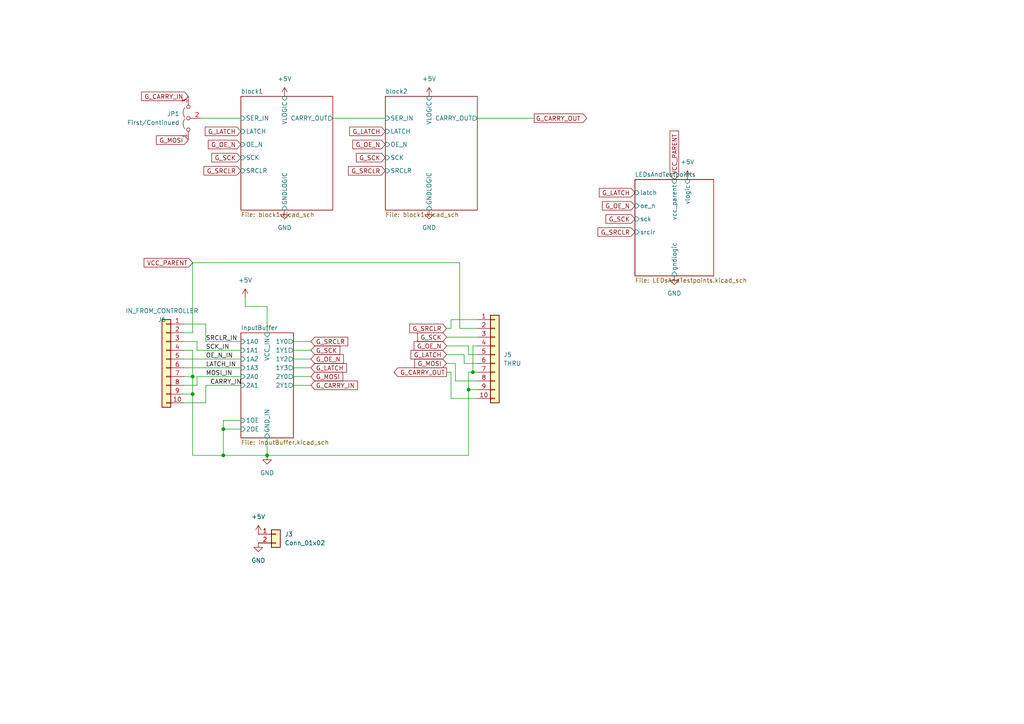
<source format=kicad_sch>
(kicad_sch
	(version 20250114)
	(generator "eeschema")
	(generator_version "9.0")
	(uuid "fd6c92cd-165f-49e4-b03e-7f714f0504e9")
	(paper "A4")
	(lib_symbols
		(symbol "Connector_Generic:Conn_01x02"
			(pin_names
				(offset 1.016)
				(hide yes)
			)
			(exclude_from_sim no)
			(in_bom yes)
			(on_board yes)
			(property "Reference" "J"
				(at 0 2.54 0)
				(effects
					(font
						(size 1.27 1.27)
					)
				)
			)
			(property "Value" "Conn_01x02"
				(at 0 -5.08 0)
				(effects
					(font
						(size 1.27 1.27)
					)
				)
			)
			(property "Footprint" ""
				(at 0 0 0)
				(effects
					(font
						(size 1.27 1.27)
					)
					(hide yes)
				)
			)
			(property "Datasheet" "~"
				(at 0 0 0)
				(effects
					(font
						(size 1.27 1.27)
					)
					(hide yes)
				)
			)
			(property "Description" "Generic connector, single row, 01x02, script generated (kicad-library-utils/schlib/autogen/connector/)"
				(at 0 0 0)
				(effects
					(font
						(size 1.27 1.27)
					)
					(hide yes)
				)
			)
			(property "ki_keywords" "connector"
				(at 0 0 0)
				(effects
					(font
						(size 1.27 1.27)
					)
					(hide yes)
				)
			)
			(property "ki_fp_filters" "Connector*:*_1x??_*"
				(at 0 0 0)
				(effects
					(font
						(size 1.27 1.27)
					)
					(hide yes)
				)
			)
			(symbol "Conn_01x02_1_1"
				(rectangle
					(start -1.27 1.27)
					(end 1.27 -3.81)
					(stroke
						(width 0.254)
						(type default)
					)
					(fill
						(type background)
					)
				)
				(rectangle
					(start -1.27 0.127)
					(end 0 -0.127)
					(stroke
						(width 0.1524)
						(type default)
					)
					(fill
						(type none)
					)
				)
				(rectangle
					(start -1.27 -2.413)
					(end 0 -2.667)
					(stroke
						(width 0.1524)
						(type default)
					)
					(fill
						(type none)
					)
				)
				(pin passive line
					(at -5.08 0 0)
					(length 3.81)
					(name "Pin_1"
						(effects
							(font
								(size 1.27 1.27)
							)
						)
					)
					(number "1"
						(effects
							(font
								(size 1.27 1.27)
							)
						)
					)
				)
				(pin passive line
					(at -5.08 -2.54 0)
					(length 3.81)
					(name "Pin_2"
						(effects
							(font
								(size 1.27 1.27)
							)
						)
					)
					(number "2"
						(effects
							(font
								(size 1.27 1.27)
							)
						)
					)
				)
			)
			(embedded_fonts no)
		)
		(symbol "Connector_Generic:Conn_01x10"
			(pin_names
				(offset 1.016)
				(hide yes)
			)
			(exclude_from_sim no)
			(in_bom yes)
			(on_board yes)
			(property "Reference" "J"
				(at 0 12.7 0)
				(effects
					(font
						(size 1.27 1.27)
					)
				)
			)
			(property "Value" "Conn_01x10"
				(at 0 -15.24 0)
				(effects
					(font
						(size 1.27 1.27)
					)
				)
			)
			(property "Footprint" ""
				(at 0 0 0)
				(effects
					(font
						(size 1.27 1.27)
					)
					(hide yes)
				)
			)
			(property "Datasheet" "~"
				(at 0 0 0)
				(effects
					(font
						(size 1.27 1.27)
					)
					(hide yes)
				)
			)
			(property "Description" "Generic connector, single row, 01x10, script generated (kicad-library-utils/schlib/autogen/connector/)"
				(at 0 0 0)
				(effects
					(font
						(size 1.27 1.27)
					)
					(hide yes)
				)
			)
			(property "ki_keywords" "connector"
				(at 0 0 0)
				(effects
					(font
						(size 1.27 1.27)
					)
					(hide yes)
				)
			)
			(property "ki_fp_filters" "Connector*:*_1x??_*"
				(at 0 0 0)
				(effects
					(font
						(size 1.27 1.27)
					)
					(hide yes)
				)
			)
			(symbol "Conn_01x10_1_1"
				(rectangle
					(start -1.27 11.43)
					(end 1.27 -13.97)
					(stroke
						(width 0.254)
						(type default)
					)
					(fill
						(type background)
					)
				)
				(rectangle
					(start -1.27 10.287)
					(end 0 10.033)
					(stroke
						(width 0.1524)
						(type default)
					)
					(fill
						(type none)
					)
				)
				(rectangle
					(start -1.27 7.747)
					(end 0 7.493)
					(stroke
						(width 0.1524)
						(type default)
					)
					(fill
						(type none)
					)
				)
				(rectangle
					(start -1.27 5.207)
					(end 0 4.953)
					(stroke
						(width 0.1524)
						(type default)
					)
					(fill
						(type none)
					)
				)
				(rectangle
					(start -1.27 2.667)
					(end 0 2.413)
					(stroke
						(width 0.1524)
						(type default)
					)
					(fill
						(type none)
					)
				)
				(rectangle
					(start -1.27 0.127)
					(end 0 -0.127)
					(stroke
						(width 0.1524)
						(type default)
					)
					(fill
						(type none)
					)
				)
				(rectangle
					(start -1.27 -2.413)
					(end 0 -2.667)
					(stroke
						(width 0.1524)
						(type default)
					)
					(fill
						(type none)
					)
				)
				(rectangle
					(start -1.27 -4.953)
					(end 0 -5.207)
					(stroke
						(width 0.1524)
						(type default)
					)
					(fill
						(type none)
					)
				)
				(rectangle
					(start -1.27 -7.493)
					(end 0 -7.747)
					(stroke
						(width 0.1524)
						(type default)
					)
					(fill
						(type none)
					)
				)
				(rectangle
					(start -1.27 -10.033)
					(end 0 -10.287)
					(stroke
						(width 0.1524)
						(type default)
					)
					(fill
						(type none)
					)
				)
				(rectangle
					(start -1.27 -12.573)
					(end 0 -12.827)
					(stroke
						(width 0.1524)
						(type default)
					)
					(fill
						(type none)
					)
				)
				(pin passive line
					(at -5.08 10.16 0)
					(length 3.81)
					(name "Pin_1"
						(effects
							(font
								(size 1.27 1.27)
							)
						)
					)
					(number "1"
						(effects
							(font
								(size 1.27 1.27)
							)
						)
					)
				)
				(pin passive line
					(at -5.08 7.62 0)
					(length 3.81)
					(name "Pin_2"
						(effects
							(font
								(size 1.27 1.27)
							)
						)
					)
					(number "2"
						(effects
							(font
								(size 1.27 1.27)
							)
						)
					)
				)
				(pin passive line
					(at -5.08 5.08 0)
					(length 3.81)
					(name "Pin_3"
						(effects
							(font
								(size 1.27 1.27)
							)
						)
					)
					(number "3"
						(effects
							(font
								(size 1.27 1.27)
							)
						)
					)
				)
				(pin passive line
					(at -5.08 2.54 0)
					(length 3.81)
					(name "Pin_4"
						(effects
							(font
								(size 1.27 1.27)
							)
						)
					)
					(number "4"
						(effects
							(font
								(size 1.27 1.27)
							)
						)
					)
				)
				(pin passive line
					(at -5.08 0 0)
					(length 3.81)
					(name "Pin_5"
						(effects
							(font
								(size 1.27 1.27)
							)
						)
					)
					(number "5"
						(effects
							(font
								(size 1.27 1.27)
							)
						)
					)
				)
				(pin passive line
					(at -5.08 -2.54 0)
					(length 3.81)
					(name "Pin_6"
						(effects
							(font
								(size 1.27 1.27)
							)
						)
					)
					(number "6"
						(effects
							(font
								(size 1.27 1.27)
							)
						)
					)
				)
				(pin passive line
					(at -5.08 -5.08 0)
					(length 3.81)
					(name "Pin_7"
						(effects
							(font
								(size 1.27 1.27)
							)
						)
					)
					(number "7"
						(effects
							(font
								(size 1.27 1.27)
							)
						)
					)
				)
				(pin passive line
					(at -5.08 -7.62 0)
					(length 3.81)
					(name "Pin_8"
						(effects
							(font
								(size 1.27 1.27)
							)
						)
					)
					(number "8"
						(effects
							(font
								(size 1.27 1.27)
							)
						)
					)
				)
				(pin passive line
					(at -5.08 -10.16 0)
					(length 3.81)
					(name "Pin_9"
						(effects
							(font
								(size 1.27 1.27)
							)
						)
					)
					(number "9"
						(effects
							(font
								(size 1.27 1.27)
							)
						)
					)
				)
				(pin passive line
					(at -5.08 -12.7 0)
					(length 3.81)
					(name "Pin_10"
						(effects
							(font
								(size 1.27 1.27)
							)
						)
					)
					(number "10"
						(effects
							(font
								(size 1.27 1.27)
							)
						)
					)
				)
			)
			(embedded_fonts no)
		)
		(symbol "Jumper:Jumper_3_Open"
			(pin_names
				(offset 0)
				(hide yes)
			)
			(exclude_from_sim no)
			(in_bom no)
			(on_board yes)
			(property "Reference" "JP"
				(at -2.54 -2.54 0)
				(effects
					(font
						(size 1.27 1.27)
					)
				)
			)
			(property "Value" "Jumper_3_Open"
				(at 0 2.794 0)
				(effects
					(font
						(size 1.27 1.27)
					)
				)
			)
			(property "Footprint" ""
				(at 0 0 0)
				(effects
					(font
						(size 1.27 1.27)
					)
					(hide yes)
				)
			)
			(property "Datasheet" "~"
				(at 0 0 0)
				(effects
					(font
						(size 1.27 1.27)
					)
					(hide yes)
				)
			)
			(property "Description" "Jumper, 3-pole, both open"
				(at 0 0 0)
				(effects
					(font
						(size 1.27 1.27)
					)
					(hide yes)
				)
			)
			(property "ki_keywords" "Jumper SPDT"
				(at 0 0 0)
				(effects
					(font
						(size 1.27 1.27)
					)
					(hide yes)
				)
			)
			(property "ki_fp_filters" "Jumper* TestPoint*3Pads* TestPoint*Bridge*"
				(at 0 0 0)
				(effects
					(font
						(size 1.27 1.27)
					)
					(hide yes)
				)
			)
			(symbol "Jumper_3_Open_0_0"
				(circle
					(center -3.302 0)
					(radius 0.508)
					(stroke
						(width 0)
						(type default)
					)
					(fill
						(type none)
					)
				)
				(circle
					(center 0 0)
					(radius 0.508)
					(stroke
						(width 0)
						(type default)
					)
					(fill
						(type none)
					)
				)
				(circle
					(center 3.302 0)
					(radius 0.508)
					(stroke
						(width 0)
						(type default)
					)
					(fill
						(type none)
					)
				)
			)
			(symbol "Jumper_3_Open_0_1"
				(arc
					(start -3.048 1.016)
					(mid -1.651 1.4992)
					(end -0.254 1.016)
					(stroke
						(width 0)
						(type default)
					)
					(fill
						(type none)
					)
				)
				(polyline
					(pts
						(xy 0 -0.508) (xy 0 -1.27)
					)
					(stroke
						(width 0)
						(type default)
					)
					(fill
						(type none)
					)
				)
				(arc
					(start 0.254 1.016)
					(mid 1.651 1.4992)
					(end 3.048 1.016)
					(stroke
						(width 0)
						(type default)
					)
					(fill
						(type none)
					)
				)
			)
			(symbol "Jumper_3_Open_1_1"
				(pin passive line
					(at -6.35 0 0)
					(length 2.54)
					(name "A"
						(effects
							(font
								(size 1.27 1.27)
							)
						)
					)
					(number "1"
						(effects
							(font
								(size 1.27 1.27)
							)
						)
					)
				)
				(pin passive line
					(at 0 -3.81 90)
					(length 2.54)
					(name "C"
						(effects
							(font
								(size 1.27 1.27)
							)
						)
					)
					(number "2"
						(effects
							(font
								(size 1.27 1.27)
							)
						)
					)
				)
				(pin passive line
					(at 6.35 0 180)
					(length 2.54)
					(name "B"
						(effects
							(font
								(size 1.27 1.27)
							)
						)
					)
					(number "3"
						(effects
							(font
								(size 1.27 1.27)
							)
						)
					)
				)
			)
			(embedded_fonts no)
		)
		(symbol "power:+5V"
			(power)
			(pin_numbers
				(hide yes)
			)
			(pin_names
				(offset 0)
				(hide yes)
			)
			(exclude_from_sim no)
			(in_bom yes)
			(on_board yes)
			(property "Reference" "#PWR"
				(at 0 -3.81 0)
				(effects
					(font
						(size 1.27 1.27)
					)
					(hide yes)
				)
			)
			(property "Value" "+5V"
				(at 0 3.556 0)
				(effects
					(font
						(size 1.27 1.27)
					)
				)
			)
			(property "Footprint" ""
				(at 0 0 0)
				(effects
					(font
						(size 1.27 1.27)
					)
					(hide yes)
				)
			)
			(property "Datasheet" ""
				(at 0 0 0)
				(effects
					(font
						(size 1.27 1.27)
					)
					(hide yes)
				)
			)
			(property "Description" "Power symbol creates a global label with name \"+5V\""
				(at 0 0 0)
				(effects
					(font
						(size 1.27 1.27)
					)
					(hide yes)
				)
			)
			(property "ki_keywords" "global power"
				(at 0 0 0)
				(effects
					(font
						(size 1.27 1.27)
					)
					(hide yes)
				)
			)
			(symbol "+5V_0_1"
				(polyline
					(pts
						(xy -0.762 1.27) (xy 0 2.54)
					)
					(stroke
						(width 0)
						(type default)
					)
					(fill
						(type none)
					)
				)
				(polyline
					(pts
						(xy 0 2.54) (xy 0.762 1.27)
					)
					(stroke
						(width 0)
						(type default)
					)
					(fill
						(type none)
					)
				)
				(polyline
					(pts
						(xy 0 0) (xy 0 2.54)
					)
					(stroke
						(width 0)
						(type default)
					)
					(fill
						(type none)
					)
				)
			)
			(symbol "+5V_1_1"
				(pin power_in line
					(at 0 0 90)
					(length 0)
					(name "~"
						(effects
							(font
								(size 1.27 1.27)
							)
						)
					)
					(number "1"
						(effects
							(font
								(size 1.27 1.27)
							)
						)
					)
				)
			)
			(embedded_fonts no)
		)
		(symbol "power:GND"
			(power)
			(pin_numbers
				(hide yes)
			)
			(pin_names
				(offset 0)
				(hide yes)
			)
			(exclude_from_sim no)
			(in_bom yes)
			(on_board yes)
			(property "Reference" "#PWR"
				(at 0 -6.35 0)
				(effects
					(font
						(size 1.27 1.27)
					)
					(hide yes)
				)
			)
			(property "Value" "GND"
				(at 0 -3.81 0)
				(effects
					(font
						(size 1.27 1.27)
					)
				)
			)
			(property "Footprint" ""
				(at 0 0 0)
				(effects
					(font
						(size 1.27 1.27)
					)
					(hide yes)
				)
			)
			(property "Datasheet" ""
				(at 0 0 0)
				(effects
					(font
						(size 1.27 1.27)
					)
					(hide yes)
				)
			)
			(property "Description" "Power symbol creates a global label with name \"GND\" , ground"
				(at 0 0 0)
				(effects
					(font
						(size 1.27 1.27)
					)
					(hide yes)
				)
			)
			(property "ki_keywords" "global power"
				(at 0 0 0)
				(effects
					(font
						(size 1.27 1.27)
					)
					(hide yes)
				)
			)
			(symbol "GND_0_1"
				(polyline
					(pts
						(xy 0 0) (xy 0 -1.27) (xy 1.27 -1.27) (xy 0 -2.54) (xy -1.27 -1.27) (xy 0 -1.27)
					)
					(stroke
						(width 0)
						(type default)
					)
					(fill
						(type none)
					)
				)
			)
			(symbol "GND_1_1"
				(pin power_in line
					(at 0 0 270)
					(length 0)
					(name "~"
						(effects
							(font
								(size 1.27 1.27)
							)
						)
					)
					(number "1"
						(effects
							(font
								(size 1.27 1.27)
							)
						)
					)
				)
			)
			(embedded_fonts no)
		)
	)
	(junction
		(at 55.88 109.22)
		(diameter 0)
		(color 0 0 0 0)
		(uuid "468b6463-22af-45ce-92f1-3f0d9a6a2bba")
	)
	(junction
		(at 64.77 132.08)
		(diameter 0)
		(color 0 0 0 0)
		(uuid "6ca95d05-0958-4365-b72b-5c1974602692")
	)
	(junction
		(at 77.47 132.08)
		(diameter 0)
		(color 0 0 0 0)
		(uuid "719bb97d-b250-4b7b-8d82-233338c25c90")
	)
	(junction
		(at 137.16 107.95)
		(diameter 0)
		(color 0 0 0 0)
		(uuid "77f66365-ed5c-4070-955a-f4d4ef57567c")
	)
	(junction
		(at 55.88 114.3)
		(diameter 0)
		(color 0 0 0 0)
		(uuid "c9fb4611-8f93-40e7-ba5f-045cdeef0c4a")
	)
	(junction
		(at 135.89 113.03)
		(diameter 0)
		(color 0 0 0 0)
		(uuid "d7f2ba6e-ada4-4963-91bf-5751dd17ace6")
	)
	(junction
		(at 64.77 124.46)
		(diameter 0)
		(color 0 0 0 0)
		(uuid "ede16dec-bcf5-4ab7-9fdb-4521bee30086")
	)
	(wire
		(pts
			(xy 134.62 105.41) (xy 138.43 105.41)
		)
		(stroke
			(width 0)
			(type default)
		)
		(uuid "000daa4b-de1c-443f-b4e4-c2b20789e2a3")
	)
	(wire
		(pts
			(xy 53.34 104.14) (xy 69.85 104.14)
		)
		(stroke
			(width 0)
			(type default)
		)
		(uuid "0079e9c8-79cf-4932-ba6e-f9722036887b")
	)
	(wire
		(pts
			(xy 59.69 111.76) (xy 69.85 111.76)
		)
		(stroke
			(width 0)
			(type default)
		)
		(uuid "03819ce7-4b37-472f-b1b1-3083e902bf04")
	)
	(wire
		(pts
			(xy 135.89 107.95) (xy 135.89 113.03)
		)
		(stroke
			(width 0)
			(type default)
		)
		(uuid "08ec7d16-a907-4378-863c-78f79e74717d")
	)
	(wire
		(pts
			(xy 64.77 121.92) (xy 64.77 124.46)
		)
		(stroke
			(width 0)
			(type default)
		)
		(uuid "0ebe4e4d-5978-484b-badf-d75e77abf26f")
	)
	(wire
		(pts
			(xy 132.08 110.49) (xy 138.43 110.49)
		)
		(stroke
			(width 0)
			(type default)
		)
		(uuid "0eddcff8-a442-4c35-b2d0-3e248ef2ec28")
	)
	(wire
		(pts
			(xy 135.89 102.87) (xy 138.43 102.87)
		)
		(stroke
			(width 0)
			(type default)
		)
		(uuid "17e0523a-ff8c-4e74-9c7c-a083bf2a8432")
	)
	(wire
		(pts
			(xy 130.81 107.95) (xy 130.81 115.57)
		)
		(stroke
			(width 0)
			(type default)
		)
		(uuid "22453f8f-6644-46df-b8ce-e7a09452d588")
	)
	(wire
		(pts
			(xy 96.52 34.29) (xy 111.76 34.29)
		)
		(stroke
			(width 0)
			(type default)
		)
		(uuid "24e75584-f2b2-4841-9914-eb356d7b8c30")
	)
	(wire
		(pts
			(xy 130.81 115.57) (xy 138.43 115.57)
		)
		(stroke
			(width 0)
			(type default)
		)
		(uuid "259e4762-018e-4b58-9252-df59ea6d1604")
	)
	(wire
		(pts
			(xy 132.08 105.41) (xy 132.08 110.49)
		)
		(stroke
			(width 0)
			(type default)
		)
		(uuid "26d8e305-2ad0-4d1c-99e6-a6dc941a9f08")
	)
	(wire
		(pts
			(xy 133.35 76.2) (xy 133.35 95.25)
		)
		(stroke
			(width 0)
			(type default)
		)
		(uuid "27f3cedf-d325-4a13-bd4d-ce366a1d6cb7")
	)
	(wire
		(pts
			(xy 129.54 102.87) (xy 134.62 102.87)
		)
		(stroke
			(width 0)
			(type default)
		)
		(uuid "27fdfbf9-6a72-433d-8840-8165592ac00d")
	)
	(wire
		(pts
			(xy 59.69 93.98) (xy 53.34 93.98)
		)
		(stroke
			(width 0)
			(type default)
		)
		(uuid "3de59307-c257-457a-9cfa-8a6a90e695f5")
	)
	(wire
		(pts
			(xy 55.88 96.52) (xy 55.88 76.2)
		)
		(stroke
			(width 0)
			(type default)
		)
		(uuid "3e13cdb1-1059-4d2a-b6b2-5ab7ab087238")
	)
	(wire
		(pts
			(xy 129.54 107.95) (xy 130.81 107.95)
		)
		(stroke
			(width 0)
			(type default)
		)
		(uuid "4126676d-0194-4e5f-9f30-90f61d63359c")
	)
	(wire
		(pts
			(xy 64.77 121.92) (xy 69.85 121.92)
		)
		(stroke
			(width 0)
			(type default)
		)
		(uuid "43cc6fa1-72c8-4ca2-a027-54b3894791ab")
	)
	(wire
		(pts
			(xy 129.54 97.79) (xy 138.43 97.79)
		)
		(stroke
			(width 0)
			(type default)
		)
		(uuid "459d03b2-09dc-4e5e-913b-c37e9e18c986")
	)
	(wire
		(pts
			(xy 57.15 109.22) (xy 69.85 109.22)
		)
		(stroke
			(width 0)
			(type default)
		)
		(uuid "5a42ed49-2e92-49be-b359-fbcd8e4ce6dd")
	)
	(wire
		(pts
			(xy 137.16 100.33) (xy 137.16 107.95)
		)
		(stroke
			(width 0)
			(type default)
		)
		(uuid "5d6be7b5-d784-4f58-8150-1b75d52baad1")
	)
	(wire
		(pts
			(xy 55.88 109.22) (xy 55.88 114.3)
		)
		(stroke
			(width 0)
			(type default)
		)
		(uuid "6166ba51-e929-4064-86a0-9b119fbcaeff")
	)
	(wire
		(pts
			(xy 138.43 95.25) (xy 133.35 95.25)
		)
		(stroke
			(width 0)
			(type default)
		)
		(uuid "62823936-9ebd-464e-bd49-0a1d2be1dd0f")
	)
	(wire
		(pts
			(xy 58.42 34.29) (xy 69.85 34.29)
		)
		(stroke
			(width 0)
			(type default)
		)
		(uuid "62b90e78-1fdb-4697-b2df-7752dac95055")
	)
	(wire
		(pts
			(xy 77.47 127) (xy 77.47 132.08)
		)
		(stroke
			(width 0)
			(type default)
		)
		(uuid "64c1dc51-4ada-4ab2-b3c4-e2ed1e862f59")
	)
	(wire
		(pts
			(xy 53.34 96.52) (xy 55.88 96.52)
		)
		(stroke
			(width 0)
			(type default)
		)
		(uuid "66298146-c525-4e91-ab4f-7a8b5b929aa5")
	)
	(wire
		(pts
			(xy 55.88 132.08) (xy 64.77 132.08)
		)
		(stroke
			(width 0)
			(type default)
		)
		(uuid "672dba13-6f74-4d7d-b33e-25e613555270")
	)
	(wire
		(pts
			(xy 129.54 105.41) (xy 132.08 105.41)
		)
		(stroke
			(width 0)
			(type default)
		)
		(uuid "690d08e6-12cb-441b-9eec-595d31354c24")
	)
	(wire
		(pts
			(xy 64.77 132.08) (xy 77.47 132.08)
		)
		(stroke
			(width 0)
			(type default)
		)
		(uuid "6f3544b3-c3e8-4e23-bf79-ea4f0386fe72")
	)
	(wire
		(pts
			(xy 85.09 109.22) (xy 90.17 109.22)
		)
		(stroke
			(width 0)
			(type default)
		)
		(uuid "7314333c-3beb-4d45-9e71-ea30b5a6eff7")
	)
	(wire
		(pts
			(xy 85.09 111.76) (xy 90.17 111.76)
		)
		(stroke
			(width 0)
			(type default)
		)
		(uuid "7b767b79-07bc-479d-ac22-b6179742bf05")
	)
	(wire
		(pts
			(xy 53.34 106.68) (xy 69.85 106.68)
		)
		(stroke
			(width 0)
			(type default)
		)
		(uuid "7becae6f-5486-413a-9c24-2086724e10b5")
	)
	(wire
		(pts
			(xy 55.88 101.6) (xy 55.88 109.22)
		)
		(stroke
			(width 0)
			(type default)
		)
		(uuid "7f4ee515-3e32-485c-bc75-c32fb76a5c3a")
	)
	(wire
		(pts
			(xy 77.47 132.08) (xy 135.89 132.08)
		)
		(stroke
			(width 0)
			(type default)
		)
		(uuid "7fa92fd3-ed8b-4433-b9c7-bf16aaa0d2b6")
	)
	(wire
		(pts
			(xy 85.09 104.14) (xy 90.17 104.14)
		)
		(stroke
			(width 0)
			(type default)
		)
		(uuid "80ee45d8-c342-4627-a765-216ae7a2cefd")
	)
	(wire
		(pts
			(xy 59.69 111.76) (xy 59.69 116.84)
		)
		(stroke
			(width 0)
			(type default)
		)
		(uuid "82c84a21-e279-4fd0-aef0-7236df9e92c8")
	)
	(wire
		(pts
			(xy 134.62 102.87) (xy 134.62 105.41)
		)
		(stroke
			(width 0)
			(type default)
		)
		(uuid "83452fb7-0c1b-448d-9abf-eee8f91d113f")
	)
	(wire
		(pts
			(xy 53.34 109.22) (xy 55.88 109.22)
		)
		(stroke
			(width 0)
			(type default)
		)
		(uuid "87d8e501-8cc9-46b1-82dc-6df855acf6ce")
	)
	(wire
		(pts
			(xy 129.54 95.25) (xy 130.81 95.25)
		)
		(stroke
			(width 0)
			(type default)
		)
		(uuid "8ba42440-e3c3-4e4c-8836-bcdf7a629c40")
	)
	(wire
		(pts
			(xy 53.34 101.6) (xy 55.88 101.6)
		)
		(stroke
			(width 0)
			(type default)
		)
		(uuid "8d12a6f1-ab12-4047-8be9-c2cbe21f129f")
	)
	(wire
		(pts
			(xy 85.09 106.68) (xy 90.17 106.68)
		)
		(stroke
			(width 0)
			(type default)
		)
		(uuid "8db6e160-e20b-4de8-94c5-cb20b221f19d")
	)
	(wire
		(pts
			(xy 138.43 100.33) (xy 137.16 100.33)
		)
		(stroke
			(width 0)
			(type default)
		)
		(uuid "92b40339-c9f8-45e3-ac79-de34a1460863")
	)
	(wire
		(pts
			(xy 138.43 107.95) (xy 137.16 107.95)
		)
		(stroke
			(width 0)
			(type default)
		)
		(uuid "9b9f7e83-57bc-479e-9859-4de7e66bafb5")
	)
	(wire
		(pts
			(xy 130.81 95.25) (xy 130.81 92.71)
		)
		(stroke
			(width 0)
			(type default)
		)
		(uuid "b2684686-fbdd-45e6-ba49-222230185622")
	)
	(wire
		(pts
			(xy 55.88 76.2) (xy 133.35 76.2)
		)
		(stroke
			(width 0)
			(type default)
		)
		(uuid "ba226865-060d-403b-97c2-33d5dc9db421")
	)
	(wire
		(pts
			(xy 138.43 113.03) (xy 135.89 113.03)
		)
		(stroke
			(width 0)
			(type default)
		)
		(uuid "bb5a04cf-deb9-44f3-8805-b44937227284")
	)
	(wire
		(pts
			(xy 57.15 99.06) (xy 53.34 99.06)
		)
		(stroke
			(width 0)
			(type default)
		)
		(uuid "bcbffcf8-ca0d-4b2a-a5b4-498be2b72fa1")
	)
	(wire
		(pts
			(xy 55.88 114.3) (xy 55.88 132.08)
		)
		(stroke
			(width 0)
			(type default)
		)
		(uuid "c2ae2fff-2a1c-44f8-bbb6-fcc9d62bef03")
	)
	(wire
		(pts
			(xy 129.54 100.33) (xy 135.89 100.33)
		)
		(stroke
			(width 0)
			(type default)
		)
		(uuid "c35e8958-d5d5-4aa6-939f-c37e0c6ab04c")
	)
	(wire
		(pts
			(xy 64.77 124.46) (xy 64.77 132.08)
		)
		(stroke
			(width 0)
			(type default)
		)
		(uuid "c3b0ff7d-25f3-4f89-b389-e77734b325f5")
	)
	(wire
		(pts
			(xy 57.15 101.6) (xy 69.85 101.6)
		)
		(stroke
			(width 0)
			(type default)
		)
		(uuid "c8a351ee-0924-41cf-ad2a-6744dd494e4e")
	)
	(wire
		(pts
			(xy 59.69 99.06) (xy 69.85 99.06)
		)
		(stroke
			(width 0)
			(type default)
		)
		(uuid "c9df796e-4d38-4cd0-8a4c-d05d0b95ee91")
	)
	(wire
		(pts
			(xy 138.43 34.29) (xy 154.94 34.29)
		)
		(stroke
			(width 0)
			(type default)
		)
		(uuid "cb72333f-a136-438a-81d4-f6664ff18722")
	)
	(wire
		(pts
			(xy 135.89 113.03) (xy 135.89 132.08)
		)
		(stroke
			(width 0)
			(type default)
		)
		(uuid "d59dee9e-30e5-4a4f-9b65-4a3a4ba34926")
	)
	(wire
		(pts
			(xy 57.15 109.22) (xy 57.15 111.76)
		)
		(stroke
			(width 0)
			(type default)
		)
		(uuid "d759a6ad-e5f7-46aa-a611-3eec9cf70f57")
	)
	(wire
		(pts
			(xy 59.69 116.84) (xy 53.34 116.84)
		)
		(stroke
			(width 0)
			(type default)
		)
		(uuid "d7c68006-4124-4b28-930c-fef8d3fae801")
	)
	(wire
		(pts
			(xy 57.15 111.76) (xy 53.34 111.76)
		)
		(stroke
			(width 0)
			(type default)
		)
		(uuid "da70a02b-cbca-4618-a83f-6bc22639ca8a")
	)
	(wire
		(pts
			(xy 71.12 88.9) (xy 71.12 86.36)
		)
		(stroke
			(width 0)
			(type default)
		)
		(uuid "dbd15eb7-1391-41e7-ad9f-81caec3860da")
	)
	(wire
		(pts
			(xy 57.15 101.6) (xy 57.15 99.06)
		)
		(stroke
			(width 0)
			(type default)
		)
		(uuid "dc201d87-5d51-4d2b-8062-ca95cb3c99fe")
	)
	(wire
		(pts
			(xy 53.34 114.3) (xy 55.88 114.3)
		)
		(stroke
			(width 0)
			(type default)
		)
		(uuid "df2f2506-a32e-4e74-97f8-a1482c47e7c5")
	)
	(wire
		(pts
			(xy 137.16 107.95) (xy 135.89 107.95)
		)
		(stroke
			(width 0)
			(type default)
		)
		(uuid "e171696b-9dd1-4bb1-92aa-63ca11f69836")
	)
	(wire
		(pts
			(xy 59.69 99.06) (xy 59.69 93.98)
		)
		(stroke
			(width 0)
			(type default)
		)
		(uuid "e41ac646-b723-4648-a49c-ecb9217a09f5")
	)
	(wire
		(pts
			(xy 64.77 124.46) (xy 69.85 124.46)
		)
		(stroke
			(width 0)
			(type default)
		)
		(uuid "e82fe2ce-3e50-4890-880c-8bc515f2ce21")
	)
	(wire
		(pts
			(xy 135.89 100.33) (xy 135.89 102.87)
		)
		(stroke
			(width 0)
			(type default)
		)
		(uuid "e9be7638-6677-4254-a2ff-4f1e3cc2738a")
	)
	(wire
		(pts
			(xy 77.47 88.9) (xy 77.47 96.52)
		)
		(stroke
			(width 0)
			(type default)
		)
		(uuid "ef93b03d-bb0f-442d-8290-0107362a11fa")
	)
	(wire
		(pts
			(xy 85.09 101.6) (xy 90.17 101.6)
		)
		(stroke
			(width 0)
			(type default)
		)
		(uuid "f0a31b01-052e-4a0c-871d-fdd5b8b921a5")
	)
	(wire
		(pts
			(xy 71.12 88.9) (xy 77.47 88.9)
		)
		(stroke
			(width 0)
			(type default)
		)
		(uuid "f79d8104-9911-44b1-8b42-d82ab3b30eae")
	)
	(wire
		(pts
			(xy 130.81 92.71) (xy 138.43 92.71)
		)
		(stroke
			(width 0)
			(type default)
		)
		(uuid "f86e206b-e583-4331-9020-99173444406f")
	)
	(wire
		(pts
			(xy 85.09 99.06) (xy 90.17 99.06)
		)
		(stroke
			(width 0)
			(type default)
		)
		(uuid "fb03247b-3d66-4748-86b2-c461e7a14c5c")
	)
	(label "OE_N_IN"
		(at 59.69 104.14 0)
		(effects
			(font
				(size 1.27 1.27)
			)
			(justify left bottom)
		)
		(uuid "12e2a890-8180-4e4b-b020-3b94a05cd0d9")
	)
	(label "SCK_IN"
		(at 59.69 101.6 0)
		(effects
			(font
				(size 1.27 1.27)
			)
			(justify left bottom)
		)
		(uuid "4c071ce1-94cd-4fd9-87ca-b013a75c34ad")
	)
	(label "LATCH_IN"
		(at 59.69 106.68 0)
		(effects
			(font
				(size 1.27 1.27)
			)
			(justify left bottom)
		)
		(uuid "55cb97f9-75a2-4bd6-9796-e3c858f45a39")
	)
	(label "MOSI_IN"
		(at 59.69 109.22 0)
		(effects
			(font
				(size 1.27 1.27)
			)
			(justify left bottom)
		)
		(uuid "8d056b5f-40b3-4bec-9e02-dc6148435c5f")
	)
	(label "SRCLR_IN"
		(at 59.69 99.06 0)
		(effects
			(font
				(size 1.27 1.27)
			)
			(justify left bottom)
		)
		(uuid "bf45bc0f-3b10-42fc-8d11-1beb2e8844c3")
	)
	(label "CARRY_IN"
		(at 60.96 111.76 0)
		(effects
			(font
				(size 1.27 1.27)
			)
			(justify left bottom)
		)
		(uuid "fc0110b7-e64a-4704-90ba-73c53869026e")
	)
	(global_label "G_SCK"
		(shape input)
		(at 129.54 97.79 180)
		(fields_autoplaced yes)
		(effects
			(font
				(size 1.27 1.27)
			)
			(justify right)
		)
		(uuid "0c91a75e-015a-4380-8c68-b0e9f0784652")
		(property "Intersheetrefs" "${INTERSHEET_REFS}"
			(at 120.5677 97.79 0)
			(effects
				(font
					(size 1.27 1.27)
				)
				(justify right)
				(hide yes)
			)
		)
	)
	(global_label "G_SCK"
		(shape input)
		(at 90.17 101.6 0)
		(fields_autoplaced yes)
		(effects
			(font
				(size 1.27 1.27)
			)
			(justify left)
		)
		(uuid "21d4cbf6-fc38-4770-a98c-887c6d555ff0")
		(property "Intersheetrefs" "${INTERSHEET_REFS}"
			(at 99.1423 101.6 0)
			(effects
				(font
					(size 1.27 1.27)
				)
				(justify left)
				(hide yes)
			)
		)
	)
	(global_label "G_OE_N"
		(shape input)
		(at 69.85 41.91 180)
		(fields_autoplaced yes)
		(effects
			(font
				(size 1.27 1.27)
			)
			(justify right)
		)
		(uuid "2b68ab6f-2da4-4c44-95e4-0f6242a8178d")
		(property "Intersheetrefs" "${INTERSHEET_REFS}"
			(at 59.8496 41.91 0)
			(effects
				(font
					(size 1.27 1.27)
				)
				(justify right)
				(hide yes)
			)
		)
	)
	(global_label "G_CARRY_IN"
		(shape input)
		(at 90.17 111.76 0)
		(fields_autoplaced yes)
		(effects
			(font
				(size 1.27 1.27)
			)
			(justify left)
		)
		(uuid "2b9f3c47-c367-4060-8a86-df92a7c2a719")
		(property "Intersheetrefs" "${INTERSHEET_REFS}"
			(at 104.2829 111.76 0)
			(effects
				(font
					(size 1.27 1.27)
				)
				(justify left)
				(hide yes)
			)
		)
	)
	(global_label "G_SCK"
		(shape input)
		(at 111.76 45.72 180)
		(fields_autoplaced yes)
		(effects
			(font
				(size 1.27 1.27)
			)
			(justify right)
		)
		(uuid "35ee7541-ec7f-4317-822b-308aa0375ec4")
		(property "Intersheetrefs" "${INTERSHEET_REFS}"
			(at 102.7877 45.72 0)
			(effects
				(font
					(size 1.27 1.27)
				)
				(justify right)
				(hide yes)
			)
		)
	)
	(global_label "G_OE_N"
		(shape input)
		(at 129.54 100.33 180)
		(fields_autoplaced yes)
		(effects
			(font
				(size 1.27 1.27)
			)
			(justify right)
		)
		(uuid "3a45ec16-bd7b-4525-91aa-dece00fa7e74")
		(property "Intersheetrefs" "${INTERSHEET_REFS}"
			(at 119.5396 100.33 0)
			(effects
				(font
					(size 1.27 1.27)
				)
				(justify right)
				(hide yes)
			)
		)
	)
	(global_label "G_SRCLR"
		(shape input)
		(at 129.54 95.25 180)
		(fields_autoplaced yes)
		(effects
			(font
				(size 1.27 1.27)
			)
			(justify right)
		)
		(uuid "400189a2-272d-4d78-bbed-f971a2806eae")
		(property "Intersheetrefs" "${INTERSHEET_REFS}"
			(at 118.2696 95.25 0)
			(effects
				(font
					(size 1.27 1.27)
				)
				(justify right)
				(hide yes)
			)
		)
	)
	(global_label "G_LATCH"
		(shape input)
		(at 184.15 55.88 180)
		(fields_autoplaced yes)
		(effects
			(font
				(size 1.27 1.27)
			)
			(justify right)
		)
		(uuid "420d99b5-ae21-4c1c-8666-38cbef6cbc25")
		(property "Intersheetrefs" "${INTERSHEET_REFS}"
			(at 173.2424 55.88 0)
			(effects
				(font
					(size 1.27 1.27)
				)
				(justify right)
				(hide yes)
			)
		)
	)
	(global_label "G_LATCH"
		(shape input)
		(at 111.76 38.1 180)
		(fields_autoplaced yes)
		(effects
			(font
				(size 1.27 1.27)
			)
			(justify right)
		)
		(uuid "50887321-10b1-486c-85c0-4a7f3acf7b0b")
		(property "Intersheetrefs" "${INTERSHEET_REFS}"
			(at 100.8524 38.1 0)
			(effects
				(font
					(size 1.27 1.27)
				)
				(justify right)
				(hide yes)
			)
		)
	)
	(global_label "G_SRCLR"
		(shape input)
		(at 69.85 49.53 180)
		(fields_autoplaced yes)
		(effects
			(font
				(size 1.27 1.27)
			)
			(justify right)
		)
		(uuid "6588dbcc-7fef-45c0-aa5a-258bbae8ffd9")
		(property "Intersheetrefs" "${INTERSHEET_REFS}"
			(at 58.5796 49.53 0)
			(effects
				(font
					(size 1.27 1.27)
				)
				(justify right)
				(hide yes)
			)
		)
	)
	(global_label "G_LATCH"
		(shape input)
		(at 69.85 38.1 180)
		(fields_autoplaced yes)
		(effects
			(font
				(size 1.27 1.27)
			)
			(justify right)
		)
		(uuid "70e9626e-c695-4f65-9b28-7de63ba9c511")
		(property "Intersheetrefs" "${INTERSHEET_REFS}"
			(at 58.9424 38.1 0)
			(effects
				(font
					(size 1.27 1.27)
				)
				(justify right)
				(hide yes)
			)
		)
	)
	(global_label "G_MOSI"
		(shape input)
		(at 90.17 109.22 0)
		(fields_autoplaced yes)
		(effects
			(font
				(size 1.27 1.27)
			)
			(justify left)
		)
		(uuid "8bd1e0a2-dbe9-4e0b-9958-4429dd0070a5")
		(property "Intersheetrefs" "${INTERSHEET_REFS}"
			(at 99.989 109.22 0)
			(effects
				(font
					(size 1.27 1.27)
				)
				(justify left)
				(hide yes)
			)
		)
	)
	(global_label "G_OE_N"
		(shape input)
		(at 184.15 59.69 180)
		(fields_autoplaced yes)
		(effects
			(font
				(size 1.27 1.27)
			)
			(justify right)
		)
		(uuid "8d203111-63e1-4ab1-b502-219805a89278")
		(property "Intersheetrefs" "${INTERSHEET_REFS}"
			(at 174.1496 59.69 0)
			(effects
				(font
					(size 1.27 1.27)
				)
				(justify right)
				(hide yes)
			)
		)
	)
	(global_label "G_SRCLR"
		(shape input)
		(at 111.76 49.53 180)
		(fields_autoplaced yes)
		(effects
			(font
				(size 1.27 1.27)
			)
			(justify right)
		)
		(uuid "8dd6b1b9-e001-492f-a174-4ace8d076eeb")
		(property "Intersheetrefs" "${INTERSHEET_REFS}"
			(at 100.4896 49.53 0)
			(effects
				(font
					(size 1.27 1.27)
				)
				(justify right)
				(hide yes)
			)
		)
	)
	(global_label "G_CARRY_OUT"
		(shape output)
		(at 154.94 34.29 0)
		(fields_autoplaced yes)
		(effects
			(font
				(size 1.27 1.27)
			)
			(justify left)
		)
		(uuid "9f1cc377-5e42-4cf9-8983-7a2332738e32")
		(property "Intersheetrefs" "${INTERSHEET_REFS}"
			(at 170.7462 34.29 0)
			(effects
				(font
					(size 1.27 1.27)
				)
				(justify left)
				(hide yes)
			)
		)
	)
	(global_label "G_MOSI"
		(shape input)
		(at 129.54 105.41 180)
		(fields_autoplaced yes)
		(effects
			(font
				(size 1.27 1.27)
			)
			(justify right)
		)
		(uuid "aeab063b-bf0b-41bb-9828-4eb85def9e86")
		(property "Intersheetrefs" "${INTERSHEET_REFS}"
			(at 119.721 105.41 0)
			(effects
				(font
					(size 1.27 1.27)
				)
				(justify right)
				(hide yes)
			)
		)
	)
	(global_label "G_MOSI"
		(shape input)
		(at 54.61 40.64 180)
		(fields_autoplaced yes)
		(effects
			(font
				(size 1.27 1.27)
			)
			(justify right)
		)
		(uuid "aedc1dad-3d3e-4dba-a656-ea6b31e1d1ab")
		(property "Intersheetrefs" "${INTERSHEET_REFS}"
			(at 44.791 40.64 0)
			(effects
				(font
					(size 1.27 1.27)
				)
				(justify right)
				(hide yes)
			)
		)
	)
	(global_label "G_CARRY_OUT"
		(shape output)
		(at 129.54 107.95 180)
		(fields_autoplaced yes)
		(effects
			(font
				(size 1.27 1.27)
			)
			(justify right)
		)
		(uuid "b93336ab-8d2d-4e97-b8fc-998ab970689f")
		(property "Intersheetrefs" "${INTERSHEET_REFS}"
			(at 113.7338 107.95 0)
			(effects
				(font
					(size 1.27 1.27)
				)
				(justify right)
				(hide yes)
			)
		)
	)
	(global_label "G_SRCLR"
		(shape input)
		(at 184.15 67.31 180)
		(fields_autoplaced yes)
		(effects
			(font
				(size 1.27 1.27)
			)
			(justify right)
		)
		(uuid "bc0b7cd2-d9e8-428a-bff9-78599a1c0dac")
		(property "Intersheetrefs" "${INTERSHEET_REFS}"
			(at 172.8796 67.31 0)
			(effects
				(font
					(size 1.27 1.27)
				)
				(justify right)
				(hide yes)
			)
		)
	)
	(global_label "G_OE_N"
		(shape input)
		(at 111.76 41.91 180)
		(fields_autoplaced yes)
		(effects
			(font
				(size 1.27 1.27)
			)
			(justify right)
		)
		(uuid "d0b60e51-ae88-4e0a-9525-9ba2a1188a5e")
		(property "Intersheetrefs" "${INTERSHEET_REFS}"
			(at 101.7596 41.91 0)
			(effects
				(font
					(size 1.27 1.27)
				)
				(justify right)
				(hide yes)
			)
		)
	)
	(global_label "G_LATCH"
		(shape input)
		(at 129.54 102.87 180)
		(fields_autoplaced yes)
		(effects
			(font
				(size 1.27 1.27)
			)
			(justify right)
		)
		(uuid "d838c410-dec2-48cf-b5e4-cf890c6b545a")
		(property "Intersheetrefs" "${INTERSHEET_REFS}"
			(at 118.6324 102.87 0)
			(effects
				(font
					(size 1.27 1.27)
				)
				(justify right)
				(hide yes)
			)
		)
	)
	(global_label "G_OE_N"
		(shape input)
		(at 90.17 104.14 0)
		(fields_autoplaced yes)
		(effects
			(font
				(size 1.27 1.27)
			)
			(justify left)
		)
		(uuid "e01f262d-e367-4bdb-8022-b2a5bca39aff")
		(property "Intersheetrefs" "${INTERSHEET_REFS}"
			(at 100.1704 104.14 0)
			(effects
				(font
					(size 1.27 1.27)
				)
				(justify left)
				(hide yes)
			)
		)
	)
	(global_label "G_SCK"
		(shape input)
		(at 184.15 63.5 180)
		(fields_autoplaced yes)
		(effects
			(font
				(size 1.27 1.27)
			)
			(justify right)
		)
		(uuid "eaf24a1f-f537-496d-a0f4-56bf45eea195")
		(property "Intersheetrefs" "${INTERSHEET_REFS}"
			(at 175.1777 63.5 0)
			(effects
				(font
					(size 1.27 1.27)
				)
				(justify right)
				(hide yes)
			)
		)
	)
	(global_label "G_SRCLR"
		(shape input)
		(at 90.17 99.06 0)
		(fields_autoplaced yes)
		(effects
			(font
				(size 1.27 1.27)
			)
			(justify left)
		)
		(uuid "ec8fab72-03ce-405e-9896-5fddbad7ec96")
		(property "Intersheetrefs" "${INTERSHEET_REFS}"
			(at 101.4404 99.06 0)
			(effects
				(font
					(size 1.27 1.27)
				)
				(justify left)
				(hide yes)
			)
		)
	)
	(global_label "G_CARRY_IN"
		(shape input)
		(at 54.61 27.94 180)
		(fields_autoplaced yes)
		(effects
			(font
				(size 1.27 1.27)
			)
			(justify right)
		)
		(uuid "ed1e2417-094d-4d24-8be7-c3a31fe67719")
		(property "Intersheetrefs" "${INTERSHEET_REFS}"
			(at 40.4971 27.94 0)
			(effects
				(font
					(size 1.27 1.27)
				)
				(justify right)
				(hide yes)
			)
		)
	)
	(global_label "G_SCK"
		(shape input)
		(at 69.85 45.72 180)
		(fields_autoplaced yes)
		(effects
			(font
				(size 1.27 1.27)
			)
			(justify right)
		)
		(uuid "eea0c17e-347c-4cc6-9614-c5f2489ca8a0")
		(property "Intersheetrefs" "${INTERSHEET_REFS}"
			(at 60.8777 45.72 0)
			(effects
				(font
					(size 1.27 1.27)
				)
				(justify right)
				(hide yes)
			)
		)
	)
	(global_label "G_LATCH"
		(shape input)
		(at 90.17 106.68 0)
		(fields_autoplaced yes)
		(effects
			(font
				(size 1.27 1.27)
			)
			(justify left)
		)
		(uuid "f6853dfb-f6e6-4e39-9d06-f6fe849ad401")
		(property "Intersheetrefs" "${INTERSHEET_REFS}"
			(at 101.0776 106.68 0)
			(effects
				(font
					(size 1.27 1.27)
				)
				(justify left)
				(hide yes)
			)
		)
	)
	(global_label "VCC_PARENT"
		(shape input)
		(at 195.58 52.07 90)
		(fields_autoplaced yes)
		(effects
			(font
				(size 1.27 1.27)
			)
			(justify left)
		)
		(uuid "fc07a6a8-5213-47c5-8996-985bf2b8d18e")
		(property "Intersheetrefs" "${INTERSHEET_REFS}"
			(at 195.58 37.4129 90)
			(effects
				(font
					(size 1.27 1.27)
				)
				(justify left)
				(hide yes)
			)
		)
	)
	(global_label "VCC_PARENT"
		(shape input)
		(at 55.88 76.2 180)
		(fields_autoplaced yes)
		(effects
			(font
				(size 1.27 1.27)
			)
			(justify right)
		)
		(uuid "ff9db956-0c6a-4792-b2be-5525881aab35")
		(property "Intersheetrefs" "${INTERSHEET_REFS}"
			(at 41.2229 76.2 0)
			(effects
				(font
					(size 1.27 1.27)
				)
				(justify right)
				(hide yes)
			)
		)
	)
	(symbol
		(lib_id "Connector_Generic:Conn_01x10")
		(at 48.26 104.14 0)
		(mirror y)
		(unit 1)
		(exclude_from_sim no)
		(in_bom yes)
		(on_board yes)
		(dnp no)
		(uuid "3c698ffb-5ffa-4d40-84db-8cca3d43fc26")
		(property "Reference" "J6"
			(at 46.99 92.71 0)
			(effects
				(font
					(size 1.27 1.27)
				)
			)
		)
		(property "Value" "IN_FROM_CONTROLLER"
			(at 46.99 90.17 0)
			(effects
				(font
					(size 1.27 1.27)
				)
			)
		)
		(property "Footprint" "Connector_IDC:IDC-Header_2x05_P2.54mm_Vertical"
			(at 48.26 104.14 0)
			(effects
				(font
					(size 1.27 1.27)
				)
				(hide yes)
			)
		)
		(property "Datasheet" "~"
			(at 48.26 104.14 0)
			(effects
				(font
					(size 1.27 1.27)
				)
				(hide yes)
			)
		)
		(property "Description" "Generic connector, single row, 01x10, script generated (kicad-library-utils/schlib/autogen/connector/)"
			(at 48.26 104.14 0)
			(effects
				(font
					(size 1.27 1.27)
				)
				(hide yes)
			)
		)
		(pin "9"
			(uuid "990b5c0f-667f-469f-8cfa-ec960c8fdf40")
		)
		(pin "1"
			(uuid "01d96433-3e57-47db-b43f-6253dd21c46e")
		)
		(pin "2"
			(uuid "376ee442-f3b4-4d8c-97c8-0cf55ccbd7f3")
		)
		(pin "3"
			(uuid "cff38226-fc93-4fc6-b45c-3658db6e4b60")
		)
		(pin "10"
			(uuid "dadaaad2-7d37-4c19-8f89-09f329a6fc1d")
		)
		(pin "4"
			(uuid "ab5aad14-a570-41d7-abb6-2a6c1de87baf")
		)
		(pin "8"
			(uuid "b5d3c376-5dc7-4393-bc69-92deae3f4fea")
		)
		(pin "5"
			(uuid "a6f642b4-72c4-461c-9a0b-cb5fa983cf8e")
		)
		(pin "7"
			(uuid "37a5ea06-af05-4686-b0bd-ccca471a8a9a")
		)
		(pin "6"
			(uuid "f9ff70ea-be77-4374-883a-489405faa7e1")
		)
		(instances
			(project ""
				(path "/fd6c92cd-165f-49e4-b03e-7f714f0504e9"
					(reference "J6")
					(unit 1)
				)
			)
		)
	)
	(symbol
		(lib_id "power:+5V")
		(at 199.39 52.07 0)
		(unit 1)
		(exclude_from_sim no)
		(in_bom yes)
		(on_board yes)
		(dnp no)
		(fields_autoplaced yes)
		(uuid "44e36398-c68f-4fa1-b6a5-abc452223541")
		(property "Reference" "#PWR05"
			(at 199.39 55.88 0)
			(effects
				(font
					(size 1.27 1.27)
				)
				(hide yes)
			)
		)
		(property "Value" "+5V"
			(at 199.39 46.99 0)
			(effects
				(font
					(size 1.27 1.27)
				)
			)
		)
		(property "Footprint" ""
			(at 199.39 52.07 0)
			(effects
				(font
					(size 1.27 1.27)
				)
				(hide yes)
			)
		)
		(property "Datasheet" ""
			(at 199.39 52.07 0)
			(effects
				(font
					(size 1.27 1.27)
				)
				(hide yes)
			)
		)
		(property "Description" "Power symbol creates a global label with name \"+5V\""
			(at 199.39 52.07 0)
			(effects
				(font
					(size 1.27 1.27)
				)
				(hide yes)
			)
		)
		(pin "1"
			(uuid "fd0b094a-64eb-41f9-b07e-69294b2d3375")
		)
		(instances
			(project "OrganSPIToParallel_V001"
				(path "/fd6c92cd-165f-49e4-b03e-7f714f0504e9"
					(reference "#PWR05")
					(unit 1)
				)
			)
		)
	)
	(symbol
		(lib_id "power:+5V")
		(at 124.46 27.94 0)
		(unit 1)
		(exclude_from_sim no)
		(in_bom yes)
		(on_board yes)
		(dnp no)
		(fields_autoplaced yes)
		(uuid "5a8919bf-1d07-4d45-92cc-44927b527072")
		(property "Reference" "#PWR03"
			(at 124.46 31.75 0)
			(effects
				(font
					(size 1.27 1.27)
				)
				(hide yes)
			)
		)
		(property "Value" "+5V"
			(at 124.46 22.86 0)
			(effects
				(font
					(size 1.27 1.27)
				)
			)
		)
		(property "Footprint" ""
			(at 124.46 27.94 0)
			(effects
				(font
					(size 1.27 1.27)
				)
				(hide yes)
			)
		)
		(property "Datasheet" ""
			(at 124.46 27.94 0)
			(effects
				(font
					(size 1.27 1.27)
				)
				(hide yes)
			)
		)
		(property "Description" "Power symbol creates a global label with name \"+5V\""
			(at 124.46 27.94 0)
			(effects
				(font
					(size 1.27 1.27)
				)
				(hide yes)
			)
		)
		(pin "1"
			(uuid "b64f8fb0-c6fe-4a35-830d-d243bdd5906f")
		)
		(instances
			(project "OrganSPIToParallel"
				(path "/fd6c92cd-165f-49e4-b03e-7f714f0504e9"
					(reference "#PWR03")
					(unit 1)
				)
			)
		)
	)
	(symbol
		(lib_id "power:GND")
		(at 195.58 80.01 0)
		(unit 1)
		(exclude_from_sim no)
		(in_bom yes)
		(on_board yes)
		(dnp no)
		(fields_autoplaced yes)
		(uuid "6960e711-fffe-41d7-9674-57f21082bb1e")
		(property "Reference" "#PWR06"
			(at 195.58 86.36 0)
			(effects
				(font
					(size 1.27 1.27)
				)
				(hide yes)
			)
		)
		(property "Value" "GND"
			(at 195.58 85.09 0)
			(effects
				(font
					(size 1.27 1.27)
				)
			)
		)
		(property "Footprint" ""
			(at 195.58 80.01 0)
			(effects
				(font
					(size 1.27 1.27)
				)
				(hide yes)
			)
		)
		(property "Datasheet" ""
			(at 195.58 80.01 0)
			(effects
				(font
					(size 1.27 1.27)
				)
				(hide yes)
			)
		)
		(property "Description" "Power symbol creates a global label with name \"GND\" , ground"
			(at 195.58 80.01 0)
			(effects
				(font
					(size 1.27 1.27)
				)
				(hide yes)
			)
		)
		(pin "1"
			(uuid "30bd7459-c4d0-4b07-b35f-c226c46f9bcd")
		)
		(instances
			(project "OrganSPIToParallel_V001"
				(path "/fd6c92cd-165f-49e4-b03e-7f714f0504e9"
					(reference "#PWR06")
					(unit 1)
				)
			)
		)
	)
	(symbol
		(lib_id "power:+5V")
		(at 82.55 27.94 0)
		(unit 1)
		(exclude_from_sim no)
		(in_bom yes)
		(on_board yes)
		(dnp no)
		(fields_autoplaced yes)
		(uuid "77e4fe70-8b14-4d31-918e-826ac6a28ad5")
		(property "Reference" "#PWR01"
			(at 82.55 31.75 0)
			(effects
				(font
					(size 1.27 1.27)
				)
				(hide yes)
			)
		)
		(property "Value" "+5V"
			(at 82.55 22.86 0)
			(effects
				(font
					(size 1.27 1.27)
				)
			)
		)
		(property "Footprint" ""
			(at 82.55 27.94 0)
			(effects
				(font
					(size 1.27 1.27)
				)
				(hide yes)
			)
		)
		(property "Datasheet" ""
			(at 82.55 27.94 0)
			(effects
				(font
					(size 1.27 1.27)
				)
				(hide yes)
			)
		)
		(property "Description" "Power symbol creates a global label with name \"+5V\""
			(at 82.55 27.94 0)
			(effects
				(font
					(size 1.27 1.27)
				)
				(hide yes)
			)
		)
		(pin "1"
			(uuid "f6db1f2f-64bf-49d6-8acf-c68a54eb7a3c")
		)
		(instances
			(project ""
				(path "/fd6c92cd-165f-49e4-b03e-7f714f0504e9"
					(reference "#PWR01")
					(unit 1)
				)
			)
		)
	)
	(symbol
		(lib_id "power:+5V")
		(at 71.12 86.36 0)
		(unit 1)
		(exclude_from_sim no)
		(in_bom yes)
		(on_board yes)
		(dnp no)
		(fields_autoplaced yes)
		(uuid "9a112a47-5873-457f-93ef-1831169db1c5")
		(property "Reference" "#PWR09"
			(at 71.12 90.17 0)
			(effects
				(font
					(size 1.27 1.27)
				)
				(hide yes)
			)
		)
		(property "Value" "+5V"
			(at 71.12 81.28 0)
			(effects
				(font
					(size 1.27 1.27)
				)
			)
		)
		(property "Footprint" ""
			(at 71.12 86.36 0)
			(effects
				(font
					(size 1.27 1.27)
				)
				(hide yes)
			)
		)
		(property "Datasheet" ""
			(at 71.12 86.36 0)
			(effects
				(font
					(size 1.27 1.27)
				)
				(hide yes)
			)
		)
		(property "Description" "Power symbol creates a global label with name \"+5V\""
			(at 71.12 86.36 0)
			(effects
				(font
					(size 1.27 1.27)
				)
				(hide yes)
			)
		)
		(pin "1"
			(uuid "a33403a4-7af0-4876-9630-82317d0aa7d1")
		)
		(instances
			(project "OrganSPIToParallel"
				(path "/fd6c92cd-165f-49e4-b03e-7f714f0504e9"
					(reference "#PWR09")
					(unit 1)
				)
			)
		)
	)
	(symbol
		(lib_id "Connector_Generic:Conn_01x10")
		(at 143.51 102.87 0)
		(unit 1)
		(exclude_from_sim no)
		(in_bom yes)
		(on_board yes)
		(dnp no)
		(uuid "a54dc7d1-1470-4c0f-80c8-580c5ab6b5f9")
		(property "Reference" "J5"
			(at 146.05 102.8699 0)
			(effects
				(font
					(size 1.27 1.27)
				)
				(justify left)
			)
		)
		(property "Value" "THRU"
			(at 146.05 105.4099 0)
			(effects
				(font
					(size 1.27 1.27)
				)
				(justify left)
			)
		)
		(property "Footprint" "Connector_IDC:IDC-Header_2x05_P2.54mm_Vertical"
			(at 143.51 102.87 0)
			(effects
				(font
					(size 1.27 1.27)
				)
				(hide yes)
			)
		)
		(property "Datasheet" "~"
			(at 143.51 102.87 0)
			(effects
				(font
					(size 1.27 1.27)
				)
				(hide yes)
			)
		)
		(property "Description" "Generic connector, single row, 01x10, script generated (kicad-library-utils/schlib/autogen/connector/)"
			(at 143.51 102.87 0)
			(effects
				(font
					(size 1.27 1.27)
				)
				(hide yes)
			)
		)
		(pin "9"
			(uuid "9c1ed464-0e30-407e-994e-81916f7d1901")
		)
		(pin "1"
			(uuid "ceb48648-cd7d-4444-aa50-11995f8b7c07")
		)
		(pin "2"
			(uuid "02bc1ca6-7518-412b-9fc9-7fa6adef47e0")
		)
		(pin "3"
			(uuid "4b64d80e-b029-4a7a-8a86-baf3d29ebee3")
		)
		(pin "10"
			(uuid "640e2da6-47f5-485d-904b-f79042181a20")
		)
		(pin "4"
			(uuid "d7de0bcd-9b65-42fe-b631-5084f8338de5")
		)
		(pin "8"
			(uuid "d09fafc1-2677-4ee0-800e-13ba7e291d84")
		)
		(pin "5"
			(uuid "cfa51f3e-f742-4458-9f0b-f77260847994")
		)
		(pin "7"
			(uuid "09204068-1bbd-45a4-8361-8878c785a78f")
		)
		(pin "6"
			(uuid "be6100ae-5174-4c19-81d8-f10294d1f4f7")
		)
		(instances
			(project "OrganSPIToParallel"
				(path "/fd6c92cd-165f-49e4-b03e-7f714f0504e9"
					(reference "J5")
					(unit 1)
				)
			)
		)
	)
	(symbol
		(lib_id "power:GND")
		(at 82.55 60.96 0)
		(unit 1)
		(exclude_from_sim no)
		(in_bom yes)
		(on_board yes)
		(dnp no)
		(fields_autoplaced yes)
		(uuid "bb396dd9-06fd-4d38-be21-93c018f4fc2e")
		(property "Reference" "#PWR02"
			(at 82.55 67.31 0)
			(effects
				(font
					(size 1.27 1.27)
				)
				(hide yes)
			)
		)
		(property "Value" "GND"
			(at 82.55 66.04 0)
			(effects
				(font
					(size 1.27 1.27)
				)
			)
		)
		(property "Footprint" ""
			(at 82.55 60.96 0)
			(effects
				(font
					(size 1.27 1.27)
				)
				(hide yes)
			)
		)
		(property "Datasheet" ""
			(at 82.55 60.96 0)
			(effects
				(font
					(size 1.27 1.27)
				)
				(hide yes)
			)
		)
		(property "Description" "Power symbol creates a global label with name \"GND\" , ground"
			(at 82.55 60.96 0)
			(effects
				(font
					(size 1.27 1.27)
				)
				(hide yes)
			)
		)
		(pin "1"
			(uuid "a0486914-67e6-44e8-82a6-40d32bef982d")
		)
		(instances
			(project ""
				(path "/fd6c92cd-165f-49e4-b03e-7f714f0504e9"
					(reference "#PWR02")
					(unit 1)
				)
			)
		)
	)
	(symbol
		(lib_id "power:GND")
		(at 74.93 157.48 0)
		(unit 1)
		(exclude_from_sim no)
		(in_bom yes)
		(on_board yes)
		(dnp no)
		(fields_autoplaced yes)
		(uuid "bc796ca8-955d-4c9a-9aed-78853f0f4925")
		(property "Reference" "#PWR015"
			(at 74.93 163.83 0)
			(effects
				(font
					(size 1.27 1.27)
				)
				(hide yes)
			)
		)
		(property "Value" "GND"
			(at 74.93 162.56 0)
			(effects
				(font
					(size 1.27 1.27)
				)
			)
		)
		(property "Footprint" ""
			(at 74.93 157.48 0)
			(effects
				(font
					(size 1.27 1.27)
				)
				(hide yes)
			)
		)
		(property "Datasheet" ""
			(at 74.93 157.48 0)
			(effects
				(font
					(size 1.27 1.27)
				)
				(hide yes)
			)
		)
		(property "Description" "Power symbol creates a global label with name \"GND\" , ground"
			(at 74.93 157.48 0)
			(effects
				(font
					(size 1.27 1.27)
				)
				(hide yes)
			)
		)
		(pin "1"
			(uuid "aac9342e-0caf-4dde-ac83-ec6ca0fbe60a")
		)
		(instances
			(project "OrganSPIToParallel_V001"
				(path "/fd6c92cd-165f-49e4-b03e-7f714f0504e9"
					(reference "#PWR015")
					(unit 1)
				)
			)
		)
	)
	(symbol
		(lib_id "Jumper:Jumper_3_Open")
		(at 54.61 34.29 90)
		(unit 1)
		(exclude_from_sim no)
		(in_bom no)
		(on_board yes)
		(dnp no)
		(fields_autoplaced yes)
		(uuid "c7ac72e9-fbcc-4aaa-9966-a636898b6299")
		(property "Reference" "JP1"
			(at 52.07 33.0199 90)
			(effects
				(font
					(size 1.27 1.27)
				)
				(justify left)
			)
		)
		(property "Value" "First/Continued"
			(at 52.07 35.5599 90)
			(effects
				(font
					(size 1.27 1.27)
				)
				(justify left)
			)
		)
		(property "Footprint" "Connector_PinHeader_2.54mm:PinHeader_1x03_P2.54mm_Vertical"
			(at 54.61 34.29 0)
			(effects
				(font
					(size 1.27 1.27)
				)
				(hide yes)
			)
		)
		(property "Datasheet" "~"
			(at 54.61 34.29 0)
			(effects
				(font
					(size 1.27 1.27)
				)
				(hide yes)
			)
		)
		(property "Description" "Jumper, 3-pole, both open"
			(at 54.61 34.29 0)
			(effects
				(font
					(size 1.27 1.27)
				)
				(hide yes)
			)
		)
		(pin "1"
			(uuid "2485a18e-3838-4ef9-8481-a3b1ffe4477c")
		)
		(pin "2"
			(uuid "f0276652-3595-48af-8f0c-fcc561bffd74")
		)
		(pin "3"
			(uuid "346954cc-6055-4f7a-868e-47fa4a2fbdb2")
		)
		(instances
			(project ""
				(path "/fd6c92cd-165f-49e4-b03e-7f714f0504e9"
					(reference "JP1")
					(unit 1)
				)
			)
		)
	)
	(symbol
		(lib_id "power:GND")
		(at 77.47 132.08 0)
		(unit 1)
		(exclude_from_sim no)
		(in_bom yes)
		(on_board yes)
		(dnp no)
		(fields_autoplaced yes)
		(uuid "d4575304-7531-406d-a01f-da7d5fb8a52b")
		(property "Reference" "#PWR011"
			(at 77.47 138.43 0)
			(effects
				(font
					(size 1.27 1.27)
				)
				(hide yes)
			)
		)
		(property "Value" "GND"
			(at 77.47 137.16 0)
			(effects
				(font
					(size 1.27 1.27)
				)
			)
		)
		(property "Footprint" ""
			(at 77.47 132.08 0)
			(effects
				(font
					(size 1.27 1.27)
				)
				(hide yes)
			)
		)
		(property "Datasheet" ""
			(at 77.47 132.08 0)
			(effects
				(font
					(size 1.27 1.27)
				)
				(hide yes)
			)
		)
		(property "Description" "Power symbol creates a global label with name \"GND\" , ground"
			(at 77.47 132.08 0)
			(effects
				(font
					(size 1.27 1.27)
				)
				(hide yes)
			)
		)
		(pin "1"
			(uuid "53fb6455-97bc-480d-a326-f96d1d6b92ac")
		)
		(instances
			(project "OrganSPIToParallel"
				(path "/fd6c92cd-165f-49e4-b03e-7f714f0504e9"
					(reference "#PWR011")
					(unit 1)
				)
			)
		)
	)
	(symbol
		(lib_id "Connector_Generic:Conn_01x02")
		(at 80.01 154.94 0)
		(unit 1)
		(exclude_from_sim no)
		(in_bom yes)
		(on_board yes)
		(dnp no)
		(fields_autoplaced yes)
		(uuid "dc328e70-179b-43ca-b55e-075d26330ead")
		(property "Reference" "J3"
			(at 82.55 154.9399 0)
			(effects
				(font
					(size 1.27 1.27)
				)
				(justify left)
			)
		)
		(property "Value" "Conn_01x02"
			(at 82.55 157.4799 0)
			(effects
				(font
					(size 1.27 1.27)
				)
				(justify left)
			)
		)
		(property "Footprint" "Connector_JST:JST_PH_B2B-PH-K_1x02_P2.00mm_Vertical"
			(at 80.01 154.94 0)
			(effects
				(font
					(size 1.27 1.27)
				)
				(hide yes)
			)
		)
		(property "Datasheet" "~"
			(at 80.01 154.94 0)
			(effects
				(font
					(size 1.27 1.27)
				)
				(hide yes)
			)
		)
		(property "Description" "Generic connector, single row, 01x02, script generated (kicad-library-utils/schlib/autogen/connector/)"
			(at 80.01 154.94 0)
			(effects
				(font
					(size 1.27 1.27)
				)
				(hide yes)
			)
		)
		(pin "1"
			(uuid "155517f9-c99f-42c8-a469-74c8a65a6a05")
		)
		(pin "2"
			(uuid "47d628dc-619f-47d9-ad69-8902971fa643")
		)
		(instances
			(project ""
				(path "/fd6c92cd-165f-49e4-b03e-7f714f0504e9"
					(reference "J3")
					(unit 1)
				)
			)
		)
	)
	(symbol
		(lib_id "power:+5V")
		(at 74.93 154.94 0)
		(unit 1)
		(exclude_from_sim no)
		(in_bom yes)
		(on_board yes)
		(dnp no)
		(fields_autoplaced yes)
		(uuid "ddbdff2d-97da-46a2-b850-caea2614945d")
		(property "Reference" "#PWR014"
			(at 74.93 158.75 0)
			(effects
				(font
					(size 1.27 1.27)
				)
				(hide yes)
			)
		)
		(property "Value" "+5V"
			(at 74.93 149.86 0)
			(effects
				(font
					(size 1.27 1.27)
				)
			)
		)
		(property "Footprint" ""
			(at 74.93 154.94 0)
			(effects
				(font
					(size 1.27 1.27)
				)
				(hide yes)
			)
		)
		(property "Datasheet" ""
			(at 74.93 154.94 0)
			(effects
				(font
					(size 1.27 1.27)
				)
				(hide yes)
			)
		)
		(property "Description" "Power symbol creates a global label with name \"+5V\""
			(at 74.93 154.94 0)
			(effects
				(font
					(size 1.27 1.27)
				)
				(hide yes)
			)
		)
		(pin "1"
			(uuid "04a5e30b-a9ad-44de-b3af-0aba28a2abf7")
		)
		(instances
			(project "OrganSPIToParallel_V001"
				(path "/fd6c92cd-165f-49e4-b03e-7f714f0504e9"
					(reference "#PWR014")
					(unit 1)
				)
			)
		)
	)
	(symbol
		(lib_id "power:GND")
		(at 124.46 60.96 0)
		(unit 1)
		(exclude_from_sim no)
		(in_bom yes)
		(on_board yes)
		(dnp no)
		(fields_autoplaced yes)
		(uuid "ea66d4cc-fdf5-41a4-817b-1173152fe293")
		(property "Reference" "#PWR04"
			(at 124.46 67.31 0)
			(effects
				(font
					(size 1.27 1.27)
				)
				(hide yes)
			)
		)
		(property "Value" "GND"
			(at 124.46 66.04 0)
			(effects
				(font
					(size 1.27 1.27)
				)
			)
		)
		(property "Footprint" ""
			(at 124.46 60.96 0)
			(effects
				(font
					(size 1.27 1.27)
				)
				(hide yes)
			)
		)
		(property "Datasheet" ""
			(at 124.46 60.96 0)
			(effects
				(font
					(size 1.27 1.27)
				)
				(hide yes)
			)
		)
		(property "Description" "Power symbol creates a global label with name \"GND\" , ground"
			(at 124.46 60.96 0)
			(effects
				(font
					(size 1.27 1.27)
				)
				(hide yes)
			)
		)
		(pin "1"
			(uuid "925c1e85-31c3-4fa8-9819-77215461b4b5")
		)
		(instances
			(project "OrganSPIToParallel"
				(path "/fd6c92cd-165f-49e4-b03e-7f714f0504e9"
					(reference "#PWR04")
					(unit 1)
				)
			)
		)
	)
	(sheet
		(at 111.76 27.94)
		(size 26.67 33.02)
		(exclude_from_sim no)
		(in_bom yes)
		(on_board yes)
		(dnp no)
		(fields_autoplaced yes)
		(stroke
			(width 0.1524)
			(type solid)
		)
		(fill
			(color 0 0 0 0.0000)
		)
		(uuid "3777456f-58b8-441d-a1e4-ba86480ab8ad")
		(property "Sheetname" "block2"
			(at 111.76 27.2284 0)
			(effects
				(font
					(size 1.27 1.27)
				)
				(justify left bottom)
			)
		)
		(property "Sheetfile" "block1.kicad_sch"
			(at 111.76 61.5446 0)
			(effects
				(font
					(size 1.27 1.27)
				)
				(justify left top)
			)
		)
		(pin "CARRY_OUT" output
			(at 138.43 34.29 0)
			(uuid "27cd842e-ff8f-4bc6-a523-141a5abb5c6b")
			(effects
				(font
					(size 1.27 1.27)
				)
				(justify right)
			)
		)
		(pin "SER_IN" input
			(at 111.76 34.29 180)
			(uuid "7d0e3133-7c9d-4f65-9c1b-f30d7f556bee")
			(effects
				(font
					(size 1.27 1.27)
				)
				(justify left)
			)
		)
		(pin "GNDLOGIC" input
			(at 124.46 60.96 270)
			(uuid "d9a0c7f3-3236-4950-8356-5c302ccdd83a")
			(effects
				(font
					(size 1.27 1.27)
				)
				(justify left)
			)
		)
		(pin "LATCH" input
			(at 111.76 38.1 180)
			(uuid "6f78c884-e11c-4b93-9f95-f788099e1951")
			(effects
				(font
					(size 1.27 1.27)
				)
				(justify left)
			)
		)
		(pin "OE_N" input
			(at 111.76 41.91 180)
			(uuid "4ab5a02e-7ec0-4904-9cbd-fde6c4ca69ef")
			(effects
				(font
					(size 1.27 1.27)
				)
				(justify left)
			)
		)
		(pin "SCK" input
			(at 111.76 45.72 180)
			(uuid "aa27bb2e-ab26-4224-9c05-ce247625b0ab")
			(effects
				(font
					(size 1.27 1.27)
				)
				(justify left)
			)
		)
		(pin "SRCLR" input
			(at 111.76 49.53 180)
			(uuid "40f3c1cc-9c3c-446d-92b7-696006627109")
			(effects
				(font
					(size 1.27 1.27)
				)
				(justify left)
			)
		)
		(pin "VLOGIC" input
			(at 124.46 27.94 90)
			(uuid "0be2d2a0-01cf-4157-a087-a32478b00ad9")
			(effects
				(font
					(size 1.27 1.27)
				)
				(justify right)
			)
		)
		(instances
			(project "OrganSPIToParallel_V001"
				(path "/fd6c92cd-165f-49e4-b03e-7f714f0504e9"
					(page "3")
				)
			)
		)
	)
	(sheet
		(at 69.85 27.94)
		(size 26.67 33.02)
		(exclude_from_sim no)
		(in_bom yes)
		(on_board yes)
		(dnp no)
		(fields_autoplaced yes)
		(stroke
			(width 0.1524)
			(type solid)
		)
		(fill
			(color 0 0 0 0.0000)
		)
		(uuid "82202b2d-4816-4a8b-9a92-58cdde18dc43")
		(property "Sheetname" "block1"
			(at 69.85 27.2284 0)
			(effects
				(font
					(size 1.27 1.27)
				)
				(justify left bottom)
			)
		)
		(property "Sheetfile" "block1.kicad_sch"
			(at 69.85 61.5446 0)
			(effects
				(font
					(size 1.27 1.27)
				)
				(justify left top)
			)
		)
		(pin "CARRY_OUT" output
			(at 96.52 34.29 0)
			(uuid "5ac4083b-5f9e-4ce8-b11d-8d32a6b7cf24")
			(effects
				(font
					(size 1.27 1.27)
				)
				(justify right)
			)
		)
		(pin "SER_IN" input
			(at 69.85 34.29 180)
			(uuid "fc9f9916-889e-45e4-81d5-acfb1bd54dc8")
			(effects
				(font
					(size 1.27 1.27)
				)
				(justify left)
			)
		)
		(pin "GNDLOGIC" input
			(at 82.55 60.96 270)
			(uuid "21ffafe5-4b83-43a0-9a40-c0a1de2711f9")
			(effects
				(font
					(size 1.27 1.27)
				)
				(justify left)
			)
		)
		(pin "LATCH" input
			(at 69.85 38.1 180)
			(uuid "72067810-fd01-4b96-987e-fdbdf24781de")
			(effects
				(font
					(size 1.27 1.27)
				)
				(justify left)
			)
		)
		(pin "OE_N" input
			(at 69.85 41.91 180)
			(uuid "9baa85d2-eea7-444c-973b-9aeb51a7f4a1")
			(effects
				(font
					(size 1.27 1.27)
				)
				(justify left)
			)
		)
		(pin "SCK" input
			(at 69.85 45.72 180)
			(uuid "589dd758-be56-4c0b-a81a-30f0d0fcc8e4")
			(effects
				(font
					(size 1.27 1.27)
				)
				(justify left)
			)
		)
		(pin "SRCLR" input
			(at 69.85 49.53 180)
			(uuid "5e6b1a8a-b43a-4c49-8392-a817f80bcc59")
			(effects
				(font
					(size 1.27 1.27)
				)
				(justify left)
			)
		)
		(pin "VLOGIC" input
			(at 82.55 27.94 90)
			(uuid "ebe9c804-8f2d-4242-b786-1f6d8dc206c0")
			(effects
				(font
					(size 1.27 1.27)
				)
				(justify right)
			)
		)
		(instances
			(project "OrganSPIToParallel_V001"
				(path "/fd6c92cd-165f-49e4-b03e-7f714f0504e9"
					(page "2")
				)
			)
		)
	)
	(sheet
		(at 69.85 96.52)
		(size 15.24 30.48)
		(exclude_from_sim no)
		(in_bom yes)
		(on_board yes)
		(dnp no)
		(fields_autoplaced yes)
		(stroke
			(width 0.1524)
			(type solid)
		)
		(fill
			(color 0 0 0 0.0000)
		)
		(uuid "cc9793ed-1e7b-4bee-8981-bed96b0dcbec")
		(property "Sheetname" "InputBuffer"
			(at 69.85 95.8084 0)
			(effects
				(font
					(size 1.27 1.27)
				)
				(justify left bottom)
			)
		)
		(property "Sheetfile" "inputBuffer.kicad_sch"
			(at 69.85 127.5846 0)
			(effects
				(font
					(size 1.27 1.27)
				)
				(justify left top)
			)
		)
		(pin "1A0" input
			(at 69.85 99.06 180)
			(uuid "a02a26a2-625e-4ba3-a4d6-c7d60df82937")
			(effects
				(font
					(size 1.27 1.27)
				)
				(justify left)
			)
		)
		(pin "1A1" input
			(at 69.85 101.6 180)
			(uuid "0408cae8-eb93-4e44-8cd7-605e59a35429")
			(effects
				(font
					(size 1.27 1.27)
				)
				(justify left)
			)
		)
		(pin "1A2" input
			(at 69.85 104.14 180)
			(uuid "9f894ab8-77f4-4ca3-829d-f64e93e4e637")
			(effects
				(font
					(size 1.27 1.27)
				)
				(justify left)
			)
		)
		(pin "1A3" input
			(at 69.85 106.68 180)
			(uuid "bf39ab42-8ebc-4679-b5c9-e1f8e6cdeb3f")
			(effects
				(font
					(size 1.27 1.27)
				)
				(justify left)
			)
		)
		(pin "1OE" input
			(at 69.85 121.92 180)
			(uuid "dd87f518-404a-49d1-a78b-5549db88bc4c")
			(effects
				(font
					(size 1.27 1.27)
				)
				(justify left)
			)
		)
		(pin "1Y0" output
			(at 85.09 99.06 0)
			(uuid "e475a6df-787d-47b2-b654-18c0c0d5d0fc")
			(effects
				(font
					(size 1.27 1.27)
				)
				(justify right)
			)
		)
		(pin "1Y1" output
			(at 85.09 101.6 0)
			(uuid "aa12b3c0-6231-4e12-9107-2ecac5969f2c")
			(effects
				(font
					(size 1.27 1.27)
				)
				(justify right)
			)
		)
		(pin "1Y2" output
			(at 85.09 104.14 0)
			(uuid "cda242cc-5820-471f-8e3d-a3719f1a5909")
			(effects
				(font
					(size 1.27 1.27)
				)
				(justify right)
			)
		)
		(pin "1Y3" output
			(at 85.09 106.68 0)
			(uuid "94a94746-d731-4a9a-942a-37401324c52b")
			(effects
				(font
					(size 1.27 1.27)
				)
				(justify right)
			)
		)
		(pin "2A0" input
			(at 69.85 109.22 180)
			(uuid "123b9ada-ef47-4034-b35d-e6c7a1dd89ad")
			(effects
				(font
					(size 1.27 1.27)
				)
				(justify left)
			)
		)
		(pin "2A1" input
			(at 69.85 111.76 180)
			(uuid "c4001386-8229-4290-a4ca-cd8beb743e1c")
			(effects
				(font
					(size 1.27 1.27)
				)
				(justify left)
			)
		)
		(pin "2Y0" output
			(at 85.09 109.22 0)
			(uuid "65724c60-785c-4526-b7c1-f4fac9bd9f53")
			(effects
				(font
					(size 1.27 1.27)
				)
				(justify right)
			)
		)
		(pin "2Y1" output
			(at 85.09 111.76 0)
			(uuid "44a6d18d-c004-4990-b368-28c3472efe34")
			(effects
				(font
					(size 1.27 1.27)
				)
				(justify right)
			)
		)
		(pin "GND_IN" input
			(at 77.47 127 270)
			(uuid "c5f97342-47eb-49d9-80dc-3b69633a855d")
			(effects
				(font
					(size 1.27 1.27)
				)
				(justify left)
			)
		)
		(pin "VCC_IN" input
			(at 77.47 96.52 90)
			(uuid "e673084c-f834-4a4d-a4d0-ab1c274a1c44")
			(effects
				(font
					(size 1.27 1.27)
				)
				(justify right)
			)
		)
		(pin "2OE" input
			(at 69.85 124.46 180)
			(uuid "2d1d7e6f-7f82-4932-af6b-f18a87d59bdd")
			(effects
				(font
					(size 1.27 1.27)
				)
				(justify left)
			)
		)
		(instances
			(project "OrganSPIToParallel_V001"
				(path "/fd6c92cd-165f-49e4-b03e-7f714f0504e9"
					(page "6")
				)
			)
		)
	)
	(sheet
		(at 184.15 52.07)
		(size 22.86 27.94)
		(exclude_from_sim no)
		(in_bom yes)
		(on_board yes)
		(dnp no)
		(fields_autoplaced yes)
		(stroke
			(width 0.1524)
			(type solid)
		)
		(fill
			(color 0 0 0 0.0000)
		)
		(uuid "e13bc11a-97ee-4f6d-9ea2-1b792ff2e463")
		(property "Sheetname" "LEDsAndTestpoints"
			(at 184.15 51.3584 0)
			(effects
				(font
					(size 1.27 1.27)
				)
				(justify left bottom)
			)
		)
		(property "Sheetfile" "LEDsAndTestpoints.kicad_sch"
			(at 184.15 80.5946 0)
			(effects
				(font
					(size 1.27 1.27)
				)
				(justify left top)
			)
		)
		(pin "gndlogic" input
			(at 195.58 80.01 270)
			(uuid "4df547e0-8ee6-4ae4-9de0-b7e430ef92b6")
			(effects
				(font
					(size 1.27 1.27)
				)
				(justify left)
			)
		)
		(pin "latch" input
			(at 184.15 55.88 180)
			(uuid "3facb88a-08f6-49c4-b7b6-c4d86d221b54")
			(effects
				(font
					(size 1.27 1.27)
				)
				(justify left)
			)
		)
		(pin "oe_n" input
			(at 184.15 59.69 180)
			(uuid "43252af1-7588-463c-bbce-b2e4a3eafcdb")
			(effects
				(font
					(size 1.27 1.27)
				)
				(justify left)
			)
		)
		(pin "sck" input
			(at 184.15 63.5 180)
			(uuid "f1e5163a-e868-47d5-8826-15b81181b912")
			(effects
				(font
					(size 1.27 1.27)
				)
				(justify left)
			)
		)
		(pin "srclr" input
			(at 184.15 67.31 180)
			(uuid "b61d4e11-361b-4ef1-99db-c34d1fb0a6e0")
			(effects
				(font
					(size 1.27 1.27)
				)
				(justify left)
			)
		)
		(pin "vcc_parent" input
			(at 195.58 52.07 90)
			(uuid "4fcf2ce7-ce20-4e3a-8a97-55b8470c5a41")
			(effects
				(font
					(size 1.27 1.27)
				)
				(justify right)
			)
		)
		(pin "vlogic" input
			(at 199.39 52.07 90)
			(uuid "3f865c0c-3f97-4017-8ecd-57f5eb3da4b2")
			(effects
				(font
					(size 1.27 1.27)
				)
				(justify right)
			)
		)
		(instances
			(project "OrganSPIToParallel_V001"
				(path "/fd6c92cd-165f-49e4-b03e-7f714f0504e9"
					(page "5")
				)
			)
		)
	)
	(sheet_instances
		(path "/"
			(page "1")
		)
	)
	(embedded_fonts no)
)

</source>
